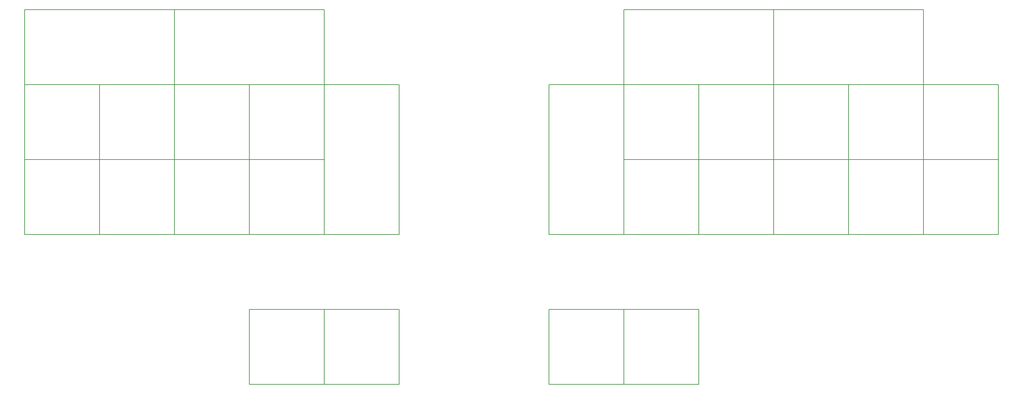
<source format=gbr>
G04 #@! TF.GenerationSoftware,KiCad,Pcbnew,8.0.4*
G04 #@! TF.CreationDate,2024-08-07T22:07:56-04:00*
G04 #@! TF.ProjectId,steno,7374656e-6f2e-46b6-9963-61645f706362,1*
G04 #@! TF.SameCoordinates,Original*
G04 #@! TF.FileFunction,OtherDrawing,Comment*
%FSLAX46Y46*%
G04 Gerber Fmt 4.6, Leading zero omitted, Abs format (unit mm)*
G04 Created by KiCad (PCBNEW 8.0.4) date 2024-08-07 22:07:56*
%MOMM*%
%LPD*%
G01*
G04 APERTURE LIST*
%ADD10C,0.150000*%
G04 APERTURE END LIST*
D10*
X187325000Y-107950000D02*
X168275000Y-107950000D01*
X187325000Y-88900000D02*
X187325000Y-107950000D01*
X168275000Y-107950000D02*
X168275000Y-88900000D01*
X168275000Y-88900000D02*
X187325000Y-88900000D01*
X244475000Y-88900000D02*
X225425000Y-88900000D01*
X244475000Y-69850000D02*
X244475000Y-88900000D01*
X225425000Y-88900000D02*
X225425000Y-69850000D01*
X225425000Y-69850000D02*
X244475000Y-69850000D01*
X263525000Y-107950000D02*
X244475000Y-107950000D01*
X263525000Y-88900000D02*
X263525000Y-107950000D01*
X244475000Y-107950000D02*
X244475000Y-88900000D01*
X244475000Y-88900000D02*
X263525000Y-88900000D01*
X34925000Y-107950000D02*
X15875000Y-107950000D01*
X34925000Y-88900000D02*
X34925000Y-107950000D01*
X15875000Y-107950000D02*
X15875000Y-88900000D01*
X15875000Y-88900000D02*
X34925000Y-88900000D01*
X206375000Y-88900000D02*
X187325000Y-88900000D01*
X206375000Y-69850000D02*
X206375000Y-88900000D01*
X187325000Y-88900000D02*
X187325000Y-69850000D01*
X187325000Y-69850000D02*
X206375000Y-69850000D01*
X73025000Y-88900000D02*
X53975000Y-88900000D01*
X73025000Y-69850000D02*
X73025000Y-88900000D01*
X53975000Y-88900000D02*
X53975000Y-69850000D01*
X53975000Y-69850000D02*
X73025000Y-69850000D01*
X92075000Y-88900000D02*
X73025000Y-88900000D01*
X92075000Y-69850000D02*
X92075000Y-88900000D01*
X73025000Y-88900000D02*
X73025000Y-69850000D01*
X73025000Y-69850000D02*
X92075000Y-69850000D01*
X168275000Y-146050000D02*
X149225000Y-146050000D01*
X168275000Y-127000000D02*
X168275000Y-146050000D01*
X149225000Y-146050000D02*
X149225000Y-127000000D01*
X149225000Y-127000000D02*
X168275000Y-127000000D01*
X263525000Y-88900000D02*
X244475000Y-88900000D01*
X263525000Y-69850000D02*
X263525000Y-88900000D01*
X244475000Y-88900000D02*
X244475000Y-69850000D01*
X244475000Y-69850000D02*
X263525000Y-69850000D01*
X73025000Y-107950000D02*
X53975000Y-107950000D01*
X73025000Y-88900000D02*
X73025000Y-107950000D01*
X53975000Y-107950000D02*
X53975000Y-88900000D01*
X53975000Y-88900000D02*
X73025000Y-88900000D01*
X53975000Y-88900000D02*
X34925000Y-88900000D01*
X53975000Y-69850000D02*
X53975000Y-88900000D01*
X34925000Y-88900000D02*
X34925000Y-69850000D01*
X34925000Y-69850000D02*
X53975000Y-69850000D01*
X225425000Y-107950000D02*
X206375000Y-107950000D01*
X225425000Y-88900000D02*
X225425000Y-107950000D01*
X206375000Y-107950000D02*
X206375000Y-88900000D01*
X206375000Y-88900000D02*
X225425000Y-88900000D01*
X244475000Y-107950000D02*
X225425000Y-107950000D01*
X244475000Y-88900000D02*
X244475000Y-107950000D01*
X225425000Y-107950000D02*
X225425000Y-88900000D01*
X225425000Y-88900000D02*
X244475000Y-88900000D01*
X168275000Y-69850000D02*
X168275000Y-107950000D01*
X149225000Y-69850000D02*
X168275000Y-69850000D01*
X168275000Y-107950000D02*
X149225000Y-107950000D01*
X149225000Y-107950000D02*
X149225000Y-69850000D01*
X206375000Y-107950000D02*
X187325000Y-107950000D01*
X206375000Y-88900000D02*
X206375000Y-107950000D01*
X187325000Y-107950000D02*
X187325000Y-88900000D01*
X187325000Y-88900000D02*
X206375000Y-88900000D01*
X92075000Y-107950000D02*
X92075000Y-69850000D01*
X111125000Y-107950000D02*
X92075000Y-107950000D01*
X92075000Y-69850000D02*
X111125000Y-69850000D01*
X111125000Y-69850000D02*
X111125000Y-107950000D01*
X244475000Y-69850000D02*
X206375000Y-69850000D01*
X244475000Y-50800000D02*
X244475000Y-69850000D01*
X206375000Y-69850000D02*
X206375000Y-50800000D01*
X206375000Y-50800000D02*
X244475000Y-50800000D01*
X92075000Y-146050000D02*
X73025000Y-146050000D01*
X92075000Y-127000000D02*
X92075000Y-146050000D01*
X73025000Y-146050000D02*
X73025000Y-127000000D01*
X73025000Y-127000000D02*
X92075000Y-127000000D01*
X187325000Y-88900000D02*
X168275000Y-88900000D01*
X187325000Y-69850000D02*
X187325000Y-88900000D01*
X168275000Y-88900000D02*
X168275000Y-69850000D01*
X168275000Y-69850000D02*
X187325000Y-69850000D01*
X34925000Y-88900000D02*
X15875000Y-88900000D01*
X34925000Y-69850000D02*
X34925000Y-88900000D01*
X15875000Y-88900000D02*
X15875000Y-69850000D01*
X15875000Y-69850000D02*
X34925000Y-69850000D01*
X111125000Y-146050000D02*
X92075000Y-146050000D01*
X111125000Y-127000000D02*
X111125000Y-146050000D01*
X92075000Y-146050000D02*
X92075000Y-127000000D01*
X92075000Y-127000000D02*
X111125000Y-127000000D01*
X206375000Y-69850000D02*
X168275000Y-69850000D01*
X206375000Y-50800000D02*
X206375000Y-69850000D01*
X168275000Y-69850000D02*
X168275000Y-50800000D01*
X168275000Y-50800000D02*
X206375000Y-50800000D01*
X225425000Y-88900000D02*
X206375000Y-88900000D01*
X225425000Y-69850000D02*
X225425000Y-88900000D01*
X206375000Y-88900000D02*
X206375000Y-69850000D01*
X206375000Y-69850000D02*
X225425000Y-69850000D01*
X187325000Y-146050000D02*
X168275000Y-146050000D01*
X187325000Y-127000000D02*
X187325000Y-146050000D01*
X168275000Y-146050000D02*
X168275000Y-127000000D01*
X168275000Y-127000000D02*
X187325000Y-127000000D01*
X92075000Y-107950000D02*
X73025000Y-107950000D01*
X92075000Y-88900000D02*
X92075000Y-107950000D01*
X73025000Y-107950000D02*
X73025000Y-88900000D01*
X73025000Y-88900000D02*
X92075000Y-88900000D01*
X53975000Y-69850000D02*
X15875000Y-69850000D01*
X53975000Y-50800000D02*
X53975000Y-69850000D01*
X15875000Y-69850000D02*
X15875000Y-50800000D01*
X15875000Y-50800000D02*
X53975000Y-50800000D01*
X53975000Y-107950000D02*
X34925000Y-107950000D01*
X53975000Y-88900000D02*
X53975000Y-107950000D01*
X34925000Y-107950000D02*
X34925000Y-88900000D01*
X34925000Y-88900000D02*
X53975000Y-88900000D01*
X92075000Y-69850000D02*
X53975000Y-69850000D01*
X92075000Y-50800000D02*
X92075000Y-69850000D01*
X53975000Y-69850000D02*
X53975000Y-50800000D01*
X53975000Y-50800000D02*
X92075000Y-50800000D01*
M02*

</source>
